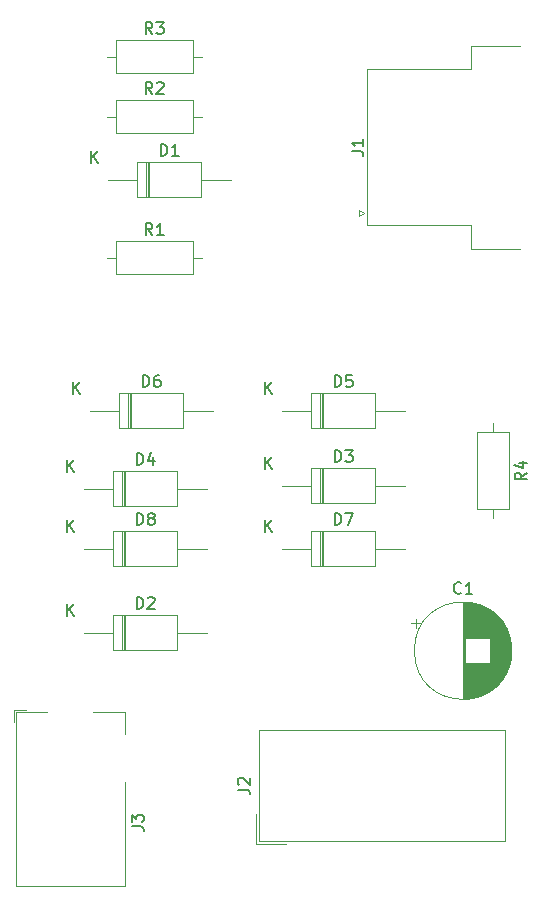
<source format=gbr>
G04 #@! TF.GenerationSoftware,KiCad,Pcbnew,5.1.2-1.fc30*
G04 #@! TF.CreationDate,2019-07-21T03:59:41+02:00*
G04 #@! TF.ProjectId,dasa,64617361-2e6b-4696-9361-645f70636258,rev?*
G04 #@! TF.SameCoordinates,Original*
G04 #@! TF.FileFunction,Legend,Top*
G04 #@! TF.FilePolarity,Positive*
%FSLAX46Y46*%
G04 Gerber Fmt 4.6, Leading zero omitted, Abs format (unit mm)*
G04 Created by KiCad (PCBNEW 5.1.2-1.fc30) date 2019-07-21 03:59:41*
%MOMM*%
%LPD*%
G04 APERTURE LIST*
%ADD10C,0.120000*%
%ADD11C,0.150000*%
G04 APERTURE END LIST*
D10*
X151638000Y-86590000D02*
X151638000Y-85820000D01*
X151638000Y-78510000D02*
X151638000Y-79280000D01*
X153008000Y-85820000D02*
X153008000Y-79280000D01*
X150268000Y-85820000D02*
X153008000Y-85820000D01*
X150268000Y-79280000D02*
X150268000Y-85820000D01*
X153008000Y-79280000D02*
X150268000Y-79280000D01*
X126976000Y-47498000D02*
X126206000Y-47498000D01*
X118896000Y-47498000D02*
X119666000Y-47498000D01*
X126206000Y-46128000D02*
X119666000Y-46128000D01*
X126206000Y-48868000D02*
X126206000Y-46128000D01*
X119666000Y-48868000D02*
X126206000Y-48868000D01*
X119666000Y-46128000D02*
X119666000Y-48868000D01*
X126976000Y-52578000D02*
X126206000Y-52578000D01*
X118896000Y-52578000D02*
X119666000Y-52578000D01*
X126206000Y-51208000D02*
X119666000Y-51208000D01*
X126206000Y-53948000D02*
X126206000Y-51208000D01*
X119666000Y-53948000D02*
X126206000Y-53948000D01*
X119666000Y-51208000D02*
X119666000Y-53948000D01*
X126976000Y-64516000D02*
X126206000Y-64516000D01*
X118896000Y-64516000D02*
X119666000Y-64516000D01*
X126206000Y-63146000D02*
X119666000Y-63146000D01*
X126206000Y-65886000D02*
X126206000Y-63146000D01*
X119666000Y-65886000D02*
X126206000Y-65886000D01*
X119666000Y-63146000D02*
X119666000Y-65886000D01*
X111224000Y-102986000D02*
X113824000Y-102986000D01*
X111224000Y-117686000D02*
X111224000Y-102986000D01*
X120424000Y-102986000D02*
X120424000Y-104886000D01*
X117724000Y-102986000D02*
X120424000Y-102986000D01*
X120424000Y-117686000D02*
X111224000Y-117686000D01*
X120424000Y-108886000D02*
X120424000Y-117686000D01*
X111024000Y-103836000D02*
X111024000Y-102786000D01*
X112074000Y-102786000D02*
X111024000Y-102786000D01*
X131560000Y-114145000D02*
X131560000Y-111605000D01*
X131560000Y-114145000D02*
X134100000Y-114145000D01*
X131810000Y-113895000D02*
X131810000Y-104545000D01*
X152670000Y-113895000D02*
X131810000Y-113895000D01*
X152670000Y-104545000D02*
X152670000Y-113895000D01*
X131810000Y-104545000D02*
X152670000Y-104545000D01*
X140664675Y-60706000D02*
X140231662Y-60956000D01*
X140231662Y-60456000D02*
X140664675Y-60706000D01*
X140231662Y-60956000D02*
X140231662Y-60456000D01*
X149766000Y-46556000D02*
X153866000Y-46556000D01*
X149766000Y-48566000D02*
X149766000Y-46556000D01*
X140926000Y-48566000D02*
X149766000Y-48566000D01*
X140926000Y-61766000D02*
X140926000Y-48566000D01*
X149766000Y-61766000D02*
X140926000Y-61766000D01*
X149766000Y-63776000D02*
X149766000Y-61766000D01*
X153866000Y-63776000D02*
X149766000Y-63776000D01*
X120234000Y-87684000D02*
X120234000Y-90624000D01*
X120474000Y-87684000D02*
X120474000Y-90624000D01*
X120354000Y-87684000D02*
X120354000Y-90624000D01*
X127384000Y-89154000D02*
X124894000Y-89154000D01*
X116964000Y-89154000D02*
X119454000Y-89154000D01*
X124894000Y-87684000D02*
X119454000Y-87684000D01*
X124894000Y-90624000D02*
X124894000Y-87684000D01*
X119454000Y-90624000D02*
X124894000Y-90624000D01*
X119454000Y-87684000D02*
X119454000Y-90624000D01*
X136998000Y-87684000D02*
X136998000Y-90624000D01*
X137238000Y-87684000D02*
X137238000Y-90624000D01*
X137118000Y-87684000D02*
X137118000Y-90624000D01*
X144148000Y-89154000D02*
X141658000Y-89154000D01*
X133728000Y-89154000D02*
X136218000Y-89154000D01*
X141658000Y-87684000D02*
X136218000Y-87684000D01*
X141658000Y-90624000D02*
X141658000Y-87684000D01*
X136218000Y-90624000D02*
X141658000Y-90624000D01*
X136218000Y-87684000D02*
X136218000Y-90624000D01*
X120742000Y-76000000D02*
X120742000Y-78940000D01*
X120982000Y-76000000D02*
X120982000Y-78940000D01*
X120862000Y-76000000D02*
X120862000Y-78940000D01*
X127892000Y-77470000D02*
X125402000Y-77470000D01*
X117472000Y-77470000D02*
X119962000Y-77470000D01*
X125402000Y-76000000D02*
X119962000Y-76000000D01*
X125402000Y-78940000D02*
X125402000Y-76000000D01*
X119962000Y-78940000D02*
X125402000Y-78940000D01*
X119962000Y-76000000D02*
X119962000Y-78940000D01*
X136998000Y-76000000D02*
X136998000Y-78940000D01*
X137238000Y-76000000D02*
X137238000Y-78940000D01*
X137118000Y-76000000D02*
X137118000Y-78940000D01*
X144148000Y-77470000D02*
X141658000Y-77470000D01*
X133728000Y-77470000D02*
X136218000Y-77470000D01*
X141658000Y-76000000D02*
X136218000Y-76000000D01*
X141658000Y-78940000D02*
X141658000Y-76000000D01*
X136218000Y-78940000D02*
X141658000Y-78940000D01*
X136218000Y-76000000D02*
X136218000Y-78940000D01*
X120234000Y-82604000D02*
X120234000Y-85544000D01*
X120474000Y-82604000D02*
X120474000Y-85544000D01*
X120354000Y-82604000D02*
X120354000Y-85544000D01*
X127384000Y-84074000D02*
X124894000Y-84074000D01*
X116964000Y-84074000D02*
X119454000Y-84074000D01*
X124894000Y-82604000D02*
X119454000Y-82604000D01*
X124894000Y-85544000D02*
X124894000Y-82604000D01*
X119454000Y-85544000D02*
X124894000Y-85544000D01*
X119454000Y-82604000D02*
X119454000Y-85544000D01*
X136998000Y-82350000D02*
X136998000Y-85290000D01*
X137238000Y-82350000D02*
X137238000Y-85290000D01*
X137118000Y-82350000D02*
X137118000Y-85290000D01*
X144148000Y-83820000D02*
X141658000Y-83820000D01*
X133728000Y-83820000D02*
X136218000Y-83820000D01*
X141658000Y-82350000D02*
X136218000Y-82350000D01*
X141658000Y-85290000D02*
X141658000Y-82350000D01*
X136218000Y-85290000D02*
X141658000Y-85290000D01*
X136218000Y-82350000D02*
X136218000Y-85290000D01*
X120234000Y-94796000D02*
X120234000Y-97736000D01*
X120474000Y-94796000D02*
X120474000Y-97736000D01*
X120354000Y-94796000D02*
X120354000Y-97736000D01*
X127384000Y-96266000D02*
X124894000Y-96266000D01*
X116964000Y-96266000D02*
X119454000Y-96266000D01*
X124894000Y-94796000D02*
X119454000Y-94796000D01*
X124894000Y-97736000D02*
X124894000Y-94796000D01*
X119454000Y-97736000D02*
X124894000Y-97736000D01*
X119454000Y-94796000D02*
X119454000Y-97736000D01*
X122266000Y-56442000D02*
X122266000Y-59382000D01*
X122506000Y-56442000D02*
X122506000Y-59382000D01*
X122386000Y-56442000D02*
X122386000Y-59382000D01*
X129416000Y-57912000D02*
X126926000Y-57912000D01*
X118996000Y-57912000D02*
X121486000Y-57912000D01*
X126926000Y-56442000D02*
X121486000Y-56442000D01*
X126926000Y-59382000D02*
X126926000Y-56442000D01*
X121486000Y-59382000D02*
X126926000Y-59382000D01*
X121486000Y-56442000D02*
X121486000Y-59382000D01*
X145068302Y-95075000D02*
X145068302Y-95875000D01*
X144668302Y-95475000D02*
X145468302Y-95475000D01*
X153159000Y-97257000D02*
X153159000Y-98323000D01*
X153119000Y-97022000D02*
X153119000Y-98558000D01*
X153079000Y-96842000D02*
X153079000Y-98738000D01*
X153039000Y-96692000D02*
X153039000Y-98888000D01*
X152999000Y-96561000D02*
X152999000Y-99019000D01*
X152959000Y-96444000D02*
X152959000Y-99136000D01*
X152919000Y-96337000D02*
X152919000Y-99243000D01*
X152879000Y-96238000D02*
X152879000Y-99342000D01*
X152839000Y-96145000D02*
X152839000Y-99435000D01*
X152799000Y-96059000D02*
X152799000Y-99521000D01*
X152759000Y-95977000D02*
X152759000Y-99603000D01*
X152719000Y-95900000D02*
X152719000Y-99680000D01*
X152679000Y-95826000D02*
X152679000Y-99754000D01*
X152639000Y-95756000D02*
X152639000Y-99824000D01*
X152599000Y-95688000D02*
X152599000Y-99892000D01*
X152559000Y-95624000D02*
X152559000Y-99956000D01*
X152519000Y-95562000D02*
X152519000Y-100018000D01*
X152479000Y-95503000D02*
X152479000Y-100077000D01*
X152439000Y-95445000D02*
X152439000Y-100135000D01*
X152399000Y-95390000D02*
X152399000Y-100190000D01*
X152359000Y-95336000D02*
X152359000Y-100244000D01*
X152319000Y-95285000D02*
X152319000Y-100295000D01*
X152279000Y-95234000D02*
X152279000Y-100346000D01*
X152239000Y-95186000D02*
X152239000Y-100394000D01*
X152199000Y-95139000D02*
X152199000Y-100441000D01*
X152159000Y-95093000D02*
X152159000Y-100487000D01*
X152119000Y-95049000D02*
X152119000Y-100531000D01*
X152079000Y-95006000D02*
X152079000Y-100574000D01*
X152039000Y-94964000D02*
X152039000Y-100616000D01*
X151999000Y-94923000D02*
X151999000Y-100657000D01*
X151959000Y-94883000D02*
X151959000Y-100697000D01*
X151919000Y-94845000D02*
X151919000Y-100735000D01*
X151879000Y-94807000D02*
X151879000Y-100773000D01*
X151839000Y-94771000D02*
X151839000Y-100809000D01*
X151799000Y-94735000D02*
X151799000Y-100845000D01*
X151759000Y-94700000D02*
X151759000Y-100880000D01*
X151719000Y-94666000D02*
X151719000Y-100914000D01*
X151679000Y-94634000D02*
X151679000Y-100946000D01*
X151639000Y-94601000D02*
X151639000Y-100979000D01*
X151599000Y-94570000D02*
X151599000Y-101010000D01*
X151559000Y-94540000D02*
X151559000Y-101040000D01*
X151519000Y-94510000D02*
X151519000Y-101070000D01*
X151479000Y-94481000D02*
X151479000Y-101099000D01*
X151439000Y-94452000D02*
X151439000Y-101128000D01*
X151399000Y-94425000D02*
X151399000Y-101155000D01*
X151359000Y-98830000D02*
X151359000Y-101182000D01*
X151359000Y-94398000D02*
X151359000Y-96750000D01*
X151319000Y-98830000D02*
X151319000Y-101208000D01*
X151319000Y-94372000D02*
X151319000Y-96750000D01*
X151279000Y-98830000D02*
X151279000Y-101234000D01*
X151279000Y-94346000D02*
X151279000Y-96750000D01*
X151239000Y-98830000D02*
X151239000Y-101259000D01*
X151239000Y-94321000D02*
X151239000Y-96750000D01*
X151199000Y-98830000D02*
X151199000Y-101283000D01*
X151199000Y-94297000D02*
X151199000Y-96750000D01*
X151159000Y-98830000D02*
X151159000Y-101307000D01*
X151159000Y-94273000D02*
X151159000Y-96750000D01*
X151119000Y-98830000D02*
X151119000Y-101330000D01*
X151119000Y-94250000D02*
X151119000Y-96750000D01*
X151079000Y-98830000D02*
X151079000Y-101352000D01*
X151079000Y-94228000D02*
X151079000Y-96750000D01*
X151039000Y-98830000D02*
X151039000Y-101374000D01*
X151039000Y-94206000D02*
X151039000Y-96750000D01*
X150999000Y-98830000D02*
X150999000Y-101396000D01*
X150999000Y-94184000D02*
X150999000Y-96750000D01*
X150959000Y-98830000D02*
X150959000Y-101417000D01*
X150959000Y-94163000D02*
X150959000Y-96750000D01*
X150919000Y-98830000D02*
X150919000Y-101437000D01*
X150919000Y-94143000D02*
X150919000Y-96750000D01*
X150879000Y-98830000D02*
X150879000Y-101456000D01*
X150879000Y-94124000D02*
X150879000Y-96750000D01*
X150839000Y-98830000D02*
X150839000Y-101476000D01*
X150839000Y-94104000D02*
X150839000Y-96750000D01*
X150799000Y-98830000D02*
X150799000Y-101494000D01*
X150799000Y-94086000D02*
X150799000Y-96750000D01*
X150759000Y-98830000D02*
X150759000Y-101512000D01*
X150759000Y-94068000D02*
X150759000Y-96750000D01*
X150719000Y-98830000D02*
X150719000Y-101530000D01*
X150719000Y-94050000D02*
X150719000Y-96750000D01*
X150679000Y-98830000D02*
X150679000Y-101547000D01*
X150679000Y-94033000D02*
X150679000Y-96750000D01*
X150639000Y-98830000D02*
X150639000Y-101564000D01*
X150639000Y-94016000D02*
X150639000Y-96750000D01*
X150599000Y-98830000D02*
X150599000Y-101580000D01*
X150599000Y-94000000D02*
X150599000Y-96750000D01*
X150559000Y-98830000D02*
X150559000Y-101595000D01*
X150559000Y-93985000D02*
X150559000Y-96750000D01*
X150519000Y-98830000D02*
X150519000Y-101611000D01*
X150519000Y-93969000D02*
X150519000Y-96750000D01*
X150479000Y-98830000D02*
X150479000Y-101625000D01*
X150479000Y-93955000D02*
X150479000Y-96750000D01*
X150439000Y-98830000D02*
X150439000Y-101640000D01*
X150439000Y-93940000D02*
X150439000Y-96750000D01*
X150399000Y-98830000D02*
X150399000Y-101653000D01*
X150399000Y-93927000D02*
X150399000Y-96750000D01*
X150359000Y-98830000D02*
X150359000Y-101667000D01*
X150359000Y-93913000D02*
X150359000Y-96750000D01*
X150319000Y-98830000D02*
X150319000Y-101679000D01*
X150319000Y-93901000D02*
X150319000Y-96750000D01*
X150279000Y-98830000D02*
X150279000Y-101692000D01*
X150279000Y-93888000D02*
X150279000Y-96750000D01*
X150239000Y-98830000D02*
X150239000Y-101704000D01*
X150239000Y-93876000D02*
X150239000Y-96750000D01*
X150199000Y-98830000D02*
X150199000Y-101715000D01*
X150199000Y-93865000D02*
X150199000Y-96750000D01*
X150159000Y-98830000D02*
X150159000Y-101726000D01*
X150159000Y-93854000D02*
X150159000Y-96750000D01*
X150119000Y-98830000D02*
X150119000Y-101737000D01*
X150119000Y-93843000D02*
X150119000Y-96750000D01*
X150079000Y-98830000D02*
X150079000Y-101747000D01*
X150079000Y-93833000D02*
X150079000Y-96750000D01*
X150039000Y-98830000D02*
X150039000Y-101757000D01*
X150039000Y-93823000D02*
X150039000Y-96750000D01*
X149999000Y-98830000D02*
X149999000Y-101766000D01*
X149999000Y-93814000D02*
X149999000Y-96750000D01*
X149959000Y-98830000D02*
X149959000Y-101775000D01*
X149959000Y-93805000D02*
X149959000Y-96750000D01*
X149919000Y-98830000D02*
X149919000Y-101784000D01*
X149919000Y-93796000D02*
X149919000Y-96750000D01*
X149879000Y-98830000D02*
X149879000Y-101792000D01*
X149879000Y-93788000D02*
X149879000Y-96750000D01*
X149839000Y-98830000D02*
X149839000Y-101800000D01*
X149839000Y-93780000D02*
X149839000Y-96750000D01*
X149799000Y-98830000D02*
X149799000Y-101807000D01*
X149799000Y-93773000D02*
X149799000Y-96750000D01*
X149758000Y-98830000D02*
X149758000Y-101814000D01*
X149758000Y-93766000D02*
X149758000Y-96750000D01*
X149718000Y-98830000D02*
X149718000Y-101820000D01*
X149718000Y-93760000D02*
X149718000Y-96750000D01*
X149678000Y-98830000D02*
X149678000Y-101827000D01*
X149678000Y-93753000D02*
X149678000Y-96750000D01*
X149638000Y-98830000D02*
X149638000Y-101832000D01*
X149638000Y-93748000D02*
X149638000Y-96750000D01*
X149598000Y-98830000D02*
X149598000Y-101838000D01*
X149598000Y-93742000D02*
X149598000Y-96750000D01*
X149558000Y-98830000D02*
X149558000Y-101842000D01*
X149558000Y-93738000D02*
X149558000Y-96750000D01*
X149518000Y-98830000D02*
X149518000Y-101847000D01*
X149518000Y-93733000D02*
X149518000Y-96750000D01*
X149478000Y-98830000D02*
X149478000Y-101851000D01*
X149478000Y-93729000D02*
X149478000Y-96750000D01*
X149438000Y-98830000D02*
X149438000Y-101855000D01*
X149438000Y-93725000D02*
X149438000Y-96750000D01*
X149398000Y-98830000D02*
X149398000Y-101858000D01*
X149398000Y-93722000D02*
X149398000Y-96750000D01*
X149358000Y-98830000D02*
X149358000Y-101861000D01*
X149358000Y-93719000D02*
X149358000Y-96750000D01*
X149318000Y-98830000D02*
X149318000Y-101864000D01*
X149318000Y-93716000D02*
X149318000Y-96750000D01*
X149278000Y-93714000D02*
X149278000Y-101866000D01*
X149238000Y-93713000D02*
X149238000Y-101867000D01*
X149198000Y-93711000D02*
X149198000Y-101869000D01*
X149158000Y-93710000D02*
X149158000Y-101870000D01*
X149118000Y-93710000D02*
X149118000Y-101870000D01*
X149078000Y-93710000D02*
X149078000Y-101870000D01*
X153198000Y-97790000D02*
G75*
G03X153198000Y-97790000I-4120000J0D01*
G01*
D11*
X154460380Y-82716666D02*
X153984190Y-83050000D01*
X154460380Y-83288095D02*
X153460380Y-83288095D01*
X153460380Y-82907142D01*
X153508000Y-82811904D01*
X153555619Y-82764285D01*
X153650857Y-82716666D01*
X153793714Y-82716666D01*
X153888952Y-82764285D01*
X153936571Y-82811904D01*
X153984190Y-82907142D01*
X153984190Y-83288095D01*
X153793714Y-81859523D02*
X154460380Y-81859523D01*
X153412761Y-82097619D02*
X154127047Y-82335714D01*
X154127047Y-81716666D01*
X122769333Y-45580380D02*
X122436000Y-45104190D01*
X122197904Y-45580380D02*
X122197904Y-44580380D01*
X122578857Y-44580380D01*
X122674095Y-44628000D01*
X122721714Y-44675619D01*
X122769333Y-44770857D01*
X122769333Y-44913714D01*
X122721714Y-45008952D01*
X122674095Y-45056571D01*
X122578857Y-45104190D01*
X122197904Y-45104190D01*
X123102666Y-44580380D02*
X123721714Y-44580380D01*
X123388380Y-44961333D01*
X123531238Y-44961333D01*
X123626476Y-45008952D01*
X123674095Y-45056571D01*
X123721714Y-45151809D01*
X123721714Y-45389904D01*
X123674095Y-45485142D01*
X123626476Y-45532761D01*
X123531238Y-45580380D01*
X123245523Y-45580380D01*
X123150285Y-45532761D01*
X123102666Y-45485142D01*
X122769333Y-50660380D02*
X122436000Y-50184190D01*
X122197904Y-50660380D02*
X122197904Y-49660380D01*
X122578857Y-49660380D01*
X122674095Y-49708000D01*
X122721714Y-49755619D01*
X122769333Y-49850857D01*
X122769333Y-49993714D01*
X122721714Y-50088952D01*
X122674095Y-50136571D01*
X122578857Y-50184190D01*
X122197904Y-50184190D01*
X123150285Y-49755619D02*
X123197904Y-49708000D01*
X123293142Y-49660380D01*
X123531238Y-49660380D01*
X123626476Y-49708000D01*
X123674095Y-49755619D01*
X123721714Y-49850857D01*
X123721714Y-49946095D01*
X123674095Y-50088952D01*
X123102666Y-50660380D01*
X123721714Y-50660380D01*
X122769333Y-62598380D02*
X122436000Y-62122190D01*
X122197904Y-62598380D02*
X122197904Y-61598380D01*
X122578857Y-61598380D01*
X122674095Y-61646000D01*
X122721714Y-61693619D01*
X122769333Y-61788857D01*
X122769333Y-61931714D01*
X122721714Y-62026952D01*
X122674095Y-62074571D01*
X122578857Y-62122190D01*
X122197904Y-62122190D01*
X123721714Y-62598380D02*
X123150285Y-62598380D01*
X123436000Y-62598380D02*
X123436000Y-61598380D01*
X123340761Y-61741238D01*
X123245523Y-61836476D01*
X123150285Y-61884095D01*
X121026380Y-112669333D02*
X121740666Y-112669333D01*
X121883523Y-112716952D01*
X121978761Y-112812190D01*
X122026380Y-112955047D01*
X122026380Y-113050285D01*
X121026380Y-112288380D02*
X121026380Y-111669333D01*
X121407333Y-112002666D01*
X121407333Y-111859809D01*
X121454952Y-111764571D01*
X121502571Y-111716952D01*
X121597809Y-111669333D01*
X121835904Y-111669333D01*
X121931142Y-111716952D01*
X121978761Y-111764571D01*
X122026380Y-111859809D01*
X122026380Y-112145523D01*
X121978761Y-112240761D01*
X121931142Y-112288380D01*
X130008380Y-109553333D02*
X130722666Y-109553333D01*
X130865523Y-109600952D01*
X130960761Y-109696190D01*
X131008380Y-109839047D01*
X131008380Y-109934285D01*
X130103619Y-109124761D02*
X130056000Y-109077142D01*
X130008380Y-108981904D01*
X130008380Y-108743809D01*
X130056000Y-108648571D01*
X130103619Y-108600952D01*
X130198857Y-108553333D01*
X130294095Y-108553333D01*
X130436952Y-108600952D01*
X131008380Y-109172380D01*
X131008380Y-108553333D01*
X139638380Y-55499333D02*
X140352666Y-55499333D01*
X140495523Y-55546952D01*
X140590761Y-55642190D01*
X140638380Y-55785047D01*
X140638380Y-55880285D01*
X140638380Y-54499333D02*
X140638380Y-55070761D01*
X140638380Y-54785047D02*
X139638380Y-54785047D01*
X139781238Y-54880285D01*
X139876476Y-54975523D01*
X139924095Y-55070761D01*
X121435904Y-87136380D02*
X121435904Y-86136380D01*
X121674000Y-86136380D01*
X121816857Y-86184000D01*
X121912095Y-86279238D01*
X121959714Y-86374476D01*
X122007333Y-86564952D01*
X122007333Y-86707809D01*
X121959714Y-86898285D01*
X121912095Y-86993523D01*
X121816857Y-87088761D01*
X121674000Y-87136380D01*
X121435904Y-87136380D01*
X122578761Y-86564952D02*
X122483523Y-86517333D01*
X122435904Y-86469714D01*
X122388285Y-86374476D01*
X122388285Y-86326857D01*
X122435904Y-86231619D01*
X122483523Y-86184000D01*
X122578761Y-86136380D01*
X122769238Y-86136380D01*
X122864476Y-86184000D01*
X122912095Y-86231619D01*
X122959714Y-86326857D01*
X122959714Y-86374476D01*
X122912095Y-86469714D01*
X122864476Y-86517333D01*
X122769238Y-86564952D01*
X122578761Y-86564952D01*
X122483523Y-86612571D01*
X122435904Y-86660190D01*
X122388285Y-86755428D01*
X122388285Y-86945904D01*
X122435904Y-87041142D01*
X122483523Y-87088761D01*
X122578761Y-87136380D01*
X122769238Y-87136380D01*
X122864476Y-87088761D01*
X122912095Y-87041142D01*
X122959714Y-86945904D01*
X122959714Y-86755428D01*
X122912095Y-86660190D01*
X122864476Y-86612571D01*
X122769238Y-86564952D01*
X115562095Y-87706380D02*
X115562095Y-86706380D01*
X116133523Y-87706380D02*
X115704952Y-87134952D01*
X116133523Y-86706380D02*
X115562095Y-87277809D01*
X138199904Y-87136380D02*
X138199904Y-86136380D01*
X138438000Y-86136380D01*
X138580857Y-86184000D01*
X138676095Y-86279238D01*
X138723714Y-86374476D01*
X138771333Y-86564952D01*
X138771333Y-86707809D01*
X138723714Y-86898285D01*
X138676095Y-86993523D01*
X138580857Y-87088761D01*
X138438000Y-87136380D01*
X138199904Y-87136380D01*
X139104666Y-86136380D02*
X139771333Y-86136380D01*
X139342761Y-87136380D01*
X132326095Y-87706380D02*
X132326095Y-86706380D01*
X132897523Y-87706380D02*
X132468952Y-87134952D01*
X132897523Y-86706380D02*
X132326095Y-87277809D01*
X121943904Y-75452380D02*
X121943904Y-74452380D01*
X122182000Y-74452380D01*
X122324857Y-74500000D01*
X122420095Y-74595238D01*
X122467714Y-74690476D01*
X122515333Y-74880952D01*
X122515333Y-75023809D01*
X122467714Y-75214285D01*
X122420095Y-75309523D01*
X122324857Y-75404761D01*
X122182000Y-75452380D01*
X121943904Y-75452380D01*
X123372476Y-74452380D02*
X123182000Y-74452380D01*
X123086761Y-74500000D01*
X123039142Y-74547619D01*
X122943904Y-74690476D01*
X122896285Y-74880952D01*
X122896285Y-75261904D01*
X122943904Y-75357142D01*
X122991523Y-75404761D01*
X123086761Y-75452380D01*
X123277238Y-75452380D01*
X123372476Y-75404761D01*
X123420095Y-75357142D01*
X123467714Y-75261904D01*
X123467714Y-75023809D01*
X123420095Y-74928571D01*
X123372476Y-74880952D01*
X123277238Y-74833333D01*
X123086761Y-74833333D01*
X122991523Y-74880952D01*
X122943904Y-74928571D01*
X122896285Y-75023809D01*
X116070095Y-76022380D02*
X116070095Y-75022380D01*
X116641523Y-76022380D02*
X116212952Y-75450952D01*
X116641523Y-75022380D02*
X116070095Y-75593809D01*
X138199904Y-75452380D02*
X138199904Y-74452380D01*
X138438000Y-74452380D01*
X138580857Y-74500000D01*
X138676095Y-74595238D01*
X138723714Y-74690476D01*
X138771333Y-74880952D01*
X138771333Y-75023809D01*
X138723714Y-75214285D01*
X138676095Y-75309523D01*
X138580857Y-75404761D01*
X138438000Y-75452380D01*
X138199904Y-75452380D01*
X139676095Y-74452380D02*
X139199904Y-74452380D01*
X139152285Y-74928571D01*
X139199904Y-74880952D01*
X139295142Y-74833333D01*
X139533238Y-74833333D01*
X139628476Y-74880952D01*
X139676095Y-74928571D01*
X139723714Y-75023809D01*
X139723714Y-75261904D01*
X139676095Y-75357142D01*
X139628476Y-75404761D01*
X139533238Y-75452380D01*
X139295142Y-75452380D01*
X139199904Y-75404761D01*
X139152285Y-75357142D01*
X132326095Y-76022380D02*
X132326095Y-75022380D01*
X132897523Y-76022380D02*
X132468952Y-75450952D01*
X132897523Y-75022380D02*
X132326095Y-75593809D01*
X121435904Y-82056380D02*
X121435904Y-81056380D01*
X121674000Y-81056380D01*
X121816857Y-81104000D01*
X121912095Y-81199238D01*
X121959714Y-81294476D01*
X122007333Y-81484952D01*
X122007333Y-81627809D01*
X121959714Y-81818285D01*
X121912095Y-81913523D01*
X121816857Y-82008761D01*
X121674000Y-82056380D01*
X121435904Y-82056380D01*
X122864476Y-81389714D02*
X122864476Y-82056380D01*
X122626380Y-81008761D02*
X122388285Y-81723047D01*
X123007333Y-81723047D01*
X115562095Y-82626380D02*
X115562095Y-81626380D01*
X116133523Y-82626380D02*
X115704952Y-82054952D01*
X116133523Y-81626380D02*
X115562095Y-82197809D01*
X138199904Y-81802380D02*
X138199904Y-80802380D01*
X138438000Y-80802380D01*
X138580857Y-80850000D01*
X138676095Y-80945238D01*
X138723714Y-81040476D01*
X138771333Y-81230952D01*
X138771333Y-81373809D01*
X138723714Y-81564285D01*
X138676095Y-81659523D01*
X138580857Y-81754761D01*
X138438000Y-81802380D01*
X138199904Y-81802380D01*
X139104666Y-80802380D02*
X139723714Y-80802380D01*
X139390380Y-81183333D01*
X139533238Y-81183333D01*
X139628476Y-81230952D01*
X139676095Y-81278571D01*
X139723714Y-81373809D01*
X139723714Y-81611904D01*
X139676095Y-81707142D01*
X139628476Y-81754761D01*
X139533238Y-81802380D01*
X139247523Y-81802380D01*
X139152285Y-81754761D01*
X139104666Y-81707142D01*
X132326095Y-82372380D02*
X132326095Y-81372380D01*
X132897523Y-82372380D02*
X132468952Y-81800952D01*
X132897523Y-81372380D02*
X132326095Y-81943809D01*
X121435904Y-94248380D02*
X121435904Y-93248380D01*
X121674000Y-93248380D01*
X121816857Y-93296000D01*
X121912095Y-93391238D01*
X121959714Y-93486476D01*
X122007333Y-93676952D01*
X122007333Y-93819809D01*
X121959714Y-94010285D01*
X121912095Y-94105523D01*
X121816857Y-94200761D01*
X121674000Y-94248380D01*
X121435904Y-94248380D01*
X122388285Y-93343619D02*
X122435904Y-93296000D01*
X122531142Y-93248380D01*
X122769238Y-93248380D01*
X122864476Y-93296000D01*
X122912095Y-93343619D01*
X122959714Y-93438857D01*
X122959714Y-93534095D01*
X122912095Y-93676952D01*
X122340666Y-94248380D01*
X122959714Y-94248380D01*
X115562095Y-94818380D02*
X115562095Y-93818380D01*
X116133523Y-94818380D02*
X115704952Y-94246952D01*
X116133523Y-93818380D02*
X115562095Y-94389809D01*
X123467904Y-55894380D02*
X123467904Y-54894380D01*
X123706000Y-54894380D01*
X123848857Y-54942000D01*
X123944095Y-55037238D01*
X123991714Y-55132476D01*
X124039333Y-55322952D01*
X124039333Y-55465809D01*
X123991714Y-55656285D01*
X123944095Y-55751523D01*
X123848857Y-55846761D01*
X123706000Y-55894380D01*
X123467904Y-55894380D01*
X124991714Y-55894380D02*
X124420285Y-55894380D01*
X124706000Y-55894380D02*
X124706000Y-54894380D01*
X124610761Y-55037238D01*
X124515523Y-55132476D01*
X124420285Y-55180095D01*
X117594095Y-56464380D02*
X117594095Y-55464380D01*
X118165523Y-56464380D02*
X117736952Y-55892952D01*
X118165523Y-55464380D02*
X117594095Y-56035809D01*
X148911333Y-92897142D02*
X148863714Y-92944761D01*
X148720857Y-92992380D01*
X148625619Y-92992380D01*
X148482761Y-92944761D01*
X148387523Y-92849523D01*
X148339904Y-92754285D01*
X148292285Y-92563809D01*
X148292285Y-92420952D01*
X148339904Y-92230476D01*
X148387523Y-92135238D01*
X148482761Y-92040000D01*
X148625619Y-91992380D01*
X148720857Y-91992380D01*
X148863714Y-92040000D01*
X148911333Y-92087619D01*
X149863714Y-92992380D02*
X149292285Y-92992380D01*
X149578000Y-92992380D02*
X149578000Y-91992380D01*
X149482761Y-92135238D01*
X149387523Y-92230476D01*
X149292285Y-92278095D01*
M02*

</source>
